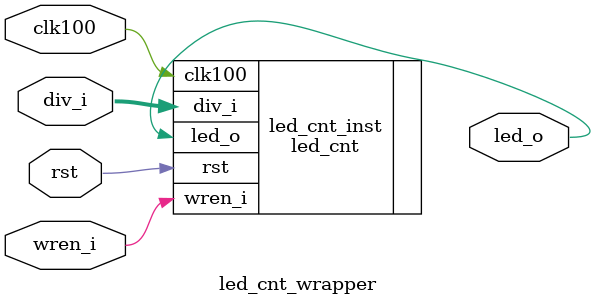
<source format=v>

module led_cnt_wrapper (
  input         rst,
  input         clk100,
  input   [4:0] div_i,
  input         wren_i,
  output        led_o
);
///////////////////////////////////////////////////////////////////////////////////////////////////

  led_cnt led_cnt_inst (
    .rst    (rst      ),
    .clk100 (clk100   ),
    .div_i  (div_i    ),
    .wren_i (wren_i   ),
    .led_o  (led_o    )
  );

endmodule
</source>
